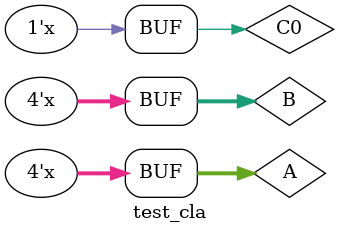
<source format=v>
`timescale 1ns / 1ps


module test_cla;
    reg [3:0] A;
    reg [3:0] B;
    reg C0;
    wire C4;
    wire [3:0] F;

    initial {A,B,C0} = 9'b0;
    
    always
     begin    
        #10;
        {A,B,C0} = {A,B,C0} + 1'b1;
    end
    
    cla uut(A,B,C0,F,C4);  
endmodule

</source>
